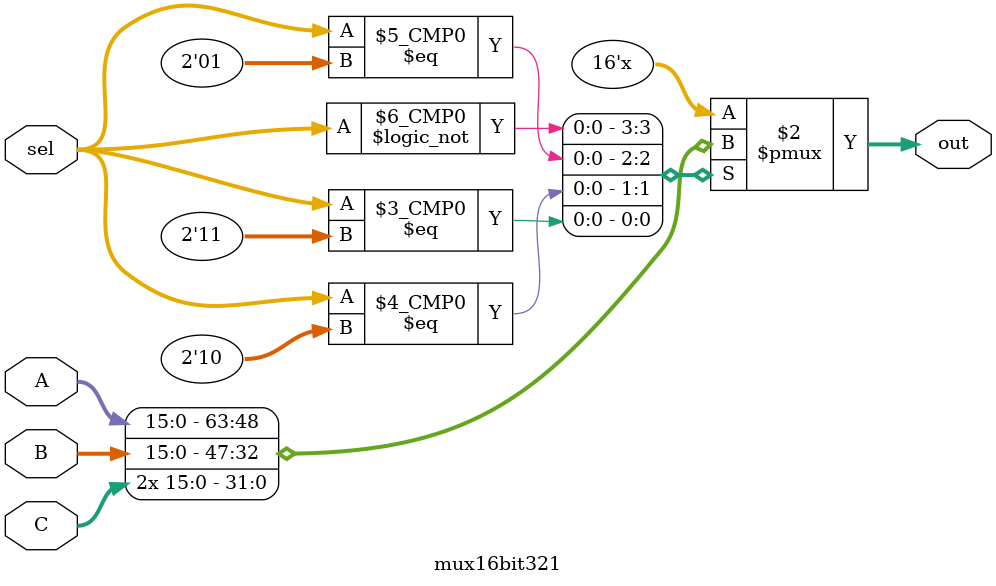
<source format=v>
`timescale 1ns / 1ps
module mux16bit321(
    input [15:0] A,
    input [15:0] B,
    input [15:0] C,
    input [1:0] sel,
    output reg [15:0] out
    );

    always @* begin
        case (sel)
            2'b00: out = A;
            2'b01: out = B;
            2'b10: out = C;
            2'b11: out = C;
            default: out = 16'b0;
        endcase
    end

endmodule

</source>
